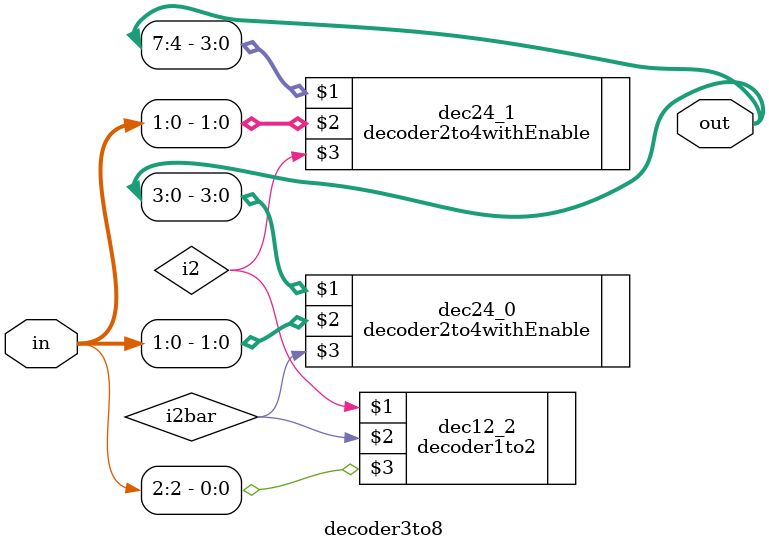
<source format=v>
/* 模組名稱：decoder3to8
   著作權宣告：copyright 2012 林博仁(pika1021@gmail.com)
   */
`ifndef DECODER3TO8_V_INCLUDED
	`define DECODER3TO8_V_INCLUDED
	`include "Source_code/decoder2to4withEnable/decoder2to4withEnable.v"
	`include "Source_code/decoder1to2/decoder1to2.v"
	`timescale 1ns / 100ps

	module decoder3to8(out, in);
		input [2:0]in;
		output [7:0]out;
		wire i2, i2bar;
		
		decoder1to2 dec12_2(i2, i2bar, in[2]);
		decoder2to4withEnable 
			dec24_0(out[3:0], in[1:0], i2bar), 
			dec24_1(out[7:4], in[1:0], i2);
	endmodule
`endif
</source>
